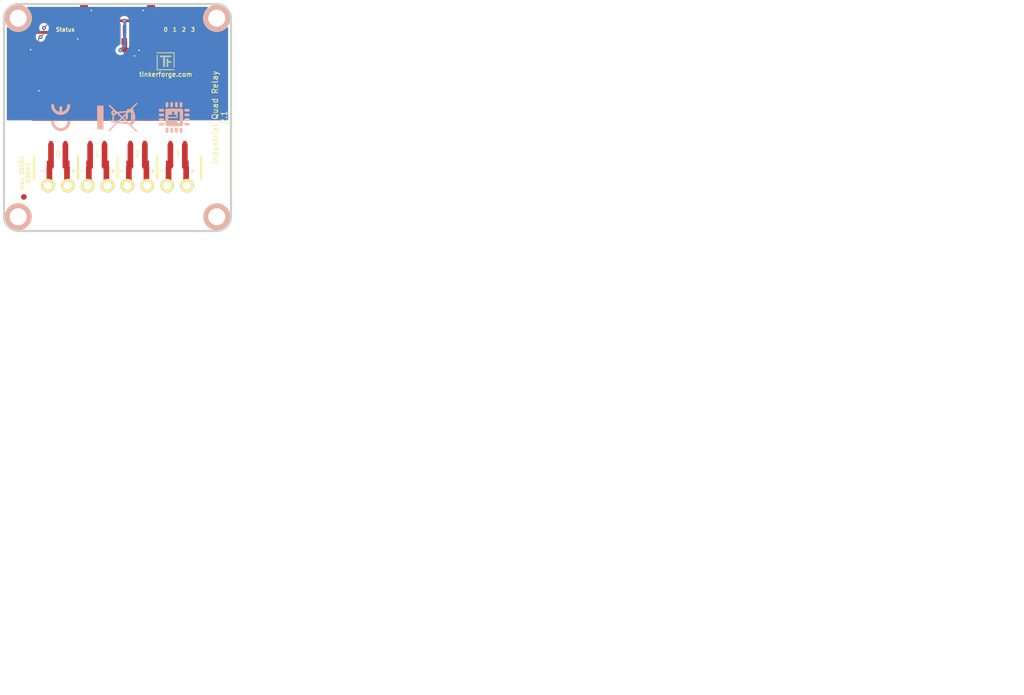
<source format=kicad_pcb>
(kicad_pcb (version 20221018) (generator pcbnew)
  (title_block (title "Industrial Quad Relay Bricklet") (date "2021-12-03") (rev "2.1") (company "Tinkerforge GmbH") (comment 1 "Licensed under CERN OHL v.1.1") (comment 2 "Copyright (©) 2021, B.Nordmeyer <bastian@tinkerforge.com>"))
  (layers (0 "F.Cu" signal "Front") (31 "B.Cu" signal "Back") (34 "B.Paste" user) (35 "F.Paste" user) (36 "B.SilkS" user "B.Silkscreen") (37 "F.SilkS" user "F.Silkscreen") (38 "B.Mask" user) (39 "F.Mask" user) (44 "Edge.Cuts" user))
  (net 0 "")
  (net 1 "3V3")
  (net 2 "GND")
  (net 3 "OUTPUT1")
  (net 4 "OUTPUT2")
  (net 5 "OUTPUT3")
  (net 6 "Net-(P1-Pad4)")
  (net 7 "Net-(P1-Pad5)")
  (net 8 "Net-(P1-Pad6)")
  (net 9 "Net-(P2-Pad2)")
  (net 10 "Net-(P2-Pad3)")
  (net 11 "Net-(P2-Pad4)")
  (net 12 "Net-(P2-Pad1)")
  (net 13 "Net-(P2-Pad5)")
  (net 14 "Net-(P2-Pad6)")
  (net 15 "Net-(P2-Pad7)")
  (net 16 "Net-(P2-Pad8)")
  (net 17 "Net-(RP1-Pad5)")
  (net 18 "Net-(RP1-Pad6)")
  (net 19 "Net-(RP1-Pad7)")
  (net 20 "Net-(RP1-Pad8)")
  (net 21 "Net-(C2-Pad1)")
  (net 22 "Net-(D1-Pad2)")
  (net 23 "Net-(P3-Pad1)")
  (net 24 "Net-(P4-Pad2)")
  (net 25 "Net-(R5-Pad1)")
  (net 26 "S-MISO")
  (net 27 "S-MOSI")
  (net 28 "S-CLK")
  (net 29 "S-CS")
  (net 30 "LED0")
  (net 31 "LED1")
  (net 32 "LED2")
  (net 33 "LED3")
  (net 34 "OUTPUT0")
  (net 35 "Net-(D2-Pad2)")
  (net 36 "Net-(D3-Pad2)")
  (net 37 "Net-(D4-Pad2)")
  (net 38 "Net-(D5-Pad2)")
  (net 39 "Net-(P1-Pad1)")
  (net 40 "Net-(U1-Pad2)")
  (net 41 "Net-(U1-Pad3)")
  (net 42 "Net-(U1-Pad4)")
  (net 43 "Net-(U1-Pad5)")
  (net 44 "Net-(U1-Pad6)")
  (net 45 "Net-(U1-Pad8)")
  (net 46 "Net-(U1-Pad11)")
  (footprint "kicad-libraries:Fiducial_Mark" (layer "F.Cu") (at 101.30028 72.04964)
    (fp_text reference "Fiducial_Mark" hide)
    (fp_text value "VAL**" hide)
    (pad "1" smd circle (at 0 0) (size 1.00076 1.00076) (layers "F.Cu" "F.Paste" "F.Mask") (clearance 0.65024))
  )
  (footprint "kicad-libraries:Fiducial_Mark" (layer "F.Cu") (at 135.8011 44.54906)
    (fp_text reference "Fiducial_Mark" hide)
    (fp_text value "VAL**" hide)
    (pad "1" smd circle (at 0 0) (size 1.00076 1.00076) (layers "F.Cu" "F.Paste" "F.Mask") (clearance 0.65024))
  )
  (footprint "kicad-libraries:Logo_31x31" (layer "F.Cu") (at 124.7 46.55)
    (fp_text reference "G***" hide)
    (fp_text value "Logo_31x31" hide)
  )
  (footprint "kicad-libraries:DEBUG_PAD" (layer "F.Cu") (at 104.35 50.2)
    (fp_text reference "P3")
    (fp_text value "Debug")
    (pad "1" smd circle (at 0 0) (size 0.7 0.7) (layers "F.Cu" "F.Paste" "F.Mask") (net 23 "Net-(P3-Pad1)"))
  )
  (footprint "kicad-libraries:SolderJumper" (layer "F.Cu") (at 103.95 52.1 90)
    (fp_text reference "P4")
    (fp_text value "Boot")
    (pad "1" smd rect (at -0.5 0 90) (size 0.4 1.4) (layers "F.Cu" "F.Mask") (net 2 "GND"))
    (pad "1" smd rect (at -0.225 -0.55 90) (size 0.95 0.3) (layers "F.Cu" "F.Mask") (net 2 "GND"))
    (pad "1" smd rect (at -0.225 0.55 90) (size 0.95 0.3) (layers "F.Cu" "F.Mask") (net 2 "GND"))
    (pad "2" smd rect (at 0.15 0 90) (size 0.6 0.5) (layers "F.Cu" "F.Mask") (net 24 "Net-(P4-Pad2)"))
    (pad "2" smd rect (at 0.55 0 90) (size 0.3 1.4) (layers "F.Cu" "F.Mask") (net 24 "Net-(P4-Pad2)"))
  )
  (footprint "kicad-libraries:4X0402" (layer "F.Cu") (at 112.2 45.9 90)
    (fp_text reference "RP2")
    (fp_text value "82")
    (pad "1" smd rect (at -0.7493 0.575 270) (size 0.29972 0.65) (layers "F.Cu" "F.Paste" "F.Mask") (net 6 "Net-(P1-Pad4)"))
    (pad "2" smd rect (at -0.24892 0.575 270) (size 0.29972 0.65) (layers "F.Cu" "F.Paste" "F.Mask") (net 7 "Net-(P1-Pad5)"))
    (pad "3" smd rect (at 0.24892 0.575 270) (size 0.29972 0.65) (layers "F.Cu" "F.Paste" "F.Mask") (net 8 "Net-(P1-Pad6)"))
    (pad "4" smd rect (at 0.7493 0.575 270) (size 0.29972 0.65) (layers "F.Cu" "F.Paste" "F.Mask") (net 21 "Net-(C2-Pad1)"))
    (pad "5" smd rect (at 0.7493 -0.575 90) (size 0.29972 0.65) (layers "F.Cu" "F.Paste" "F.Mask") (net 26 "S-MISO"))
    (pad "6" smd rect (at 0.24892 -0.575 90) (size 0.29972 0.65) (layers "F.Cu" "F.Paste" "F.Mask") (net 27 "S-MOSI"))
    (pad "7" smd rect (at -0.24892 -0.575 90) (size 0.29972 0.65) (layers "F.Cu" "F.Paste" "F.Mask") (net 28 "S-CLK"))
    (pad "8" smd rect (at -0.7493 -0.575 90) (size 0.29972 0.65) (layers "F.Cu" "F.Paste" "F.Mask") (net 29 "S-CS"))
  )
  (footprint "kicad-libraries:QFN24-4x4mm-0.5mm" (layer "F.Cu") (at 106.8 46.8 -90)
    (fp_text reference "U1")
    (fp_text value "XMC1100")
    (pad "1" smd oval (at -2.025 -1.25 270) (size 1 0.3) (layers "F.Cu" "F.Paste" "F.Mask") (net 26 "S-MISO"))
    (pad "2" smd oval (at -2.025 -0.75 270) (size 1 0.3) (layers "F.Cu" "F.Paste" "F.Mask") (net 40 "Net-(U1-Pad2)"))
    (pad "3" smd oval (at -2.025 -0.25 270) (size 1 0.3) (layers "F.Cu" "F.Paste" "F.Mask") (net 41 "Net-(U1-Pad3)"))
    (pad "4" smd oval (at -2.025 0.25 270) (size 1 0.3) (layers "F.Cu" "F.Paste" "F.Mask") (net 42 "Net-(U1-Pad4)"))
    (pad "5" smd oval (at -2.025 0.75 270) (size 1 0.3) (layers "F.Cu" "F.Paste" "F.Mask") (net 43 "Net-(U1-Pad5)"))
    (pad "6" smd oval (at -2.025 1.25 270) (size 1 0.3) (layers "F.Cu" "F.Paste" "F.Mask") (net 44 "Net-(U1-Pad6)"))
    (pad "7" smd oval (at -1.25 2.025) (size 1 0.3) (layers "F.Cu" "F.Paste" "F.Mask") (net 25 "Net-(R5-Pad1)"))
    (pad "8" smd oval (at -0.75 2.025) (size 1 0.3) (layers "F.Cu" "F.Paste" "F.Mask") (net 45 "Net-(U1-Pad8)"))
    (pad "9" smd oval (at -0.25 2.025) (size 1 0.3) (layers "F.Cu" "F.Paste" "F.Mask") (net 2 "GND"))
    (pad "10" smd oval (at 0.25 2.025) (size 1 0.3) (layers "F.Cu" "F.Paste" "F.Mask") (net 1 "3V3"))
    (pad "11" smd oval (at 0.75 2.025) (size 1 0.3) (layers "F.Cu" "F.Paste" "F.Mask") (net 46 "Net-(U1-Pad11)"))
    (pad "12" smd oval (at 1.25 2.025) (size 1 0.3) (layers "F.Cu" "F.Paste" "F.Mask") (net 24 "Net-(P4-Pad2)"))
    (pad "13" smd oval (at 2.025 1.25 270) (size 1 0.3) (layers "F.Cu" "F.Paste" "F.Mask") (net 23 "Net-(P3-Pad1)"))
    (pad "14" smd oval (at 2.025 0.75 270) (size 1 0.3) (layers "F.Cu" "F.Paste" "F.Mask") (net 34 "OUTPUT0"))
    (pad "15" smd oval (at 2.025 0.25 270) (size 1 0.3) (layers "F.Cu" "F.Paste" "F.Mask") (net 3 "OUTPUT1"))
    (pad "16" smd oval (at 2.025 -0.25 270) (size 1 0.3) (layers "F.Cu" "F.Paste" "F.Mask") (net 4 "OUTPUT2"))
    (pad "17" smd oval (at 2.025 -0.75 270) (size 1 0.3) (layers "F.Cu" "F.Paste" "F.Mask") (net 5 "OUTPUT3"))
    (pad "18" smd oval (at 2.025 -1.25 270) (size 1 0.3) (layers "F.Cu" "F.Paste" "F.Mask") (net 33 "LED3"))
    (pad "19" smd oval (at 1.25 -2.025) (size 1 0.3) (layers "F.Cu" "F.Paste" "F.Mask") (net 32 "LED2"))
    (pad "20" smd oval (at 0.75 -2.025) (size 1 0.3) (layers "F.Cu" "F.Paste" "F.Mask") (net 31 "LED1"))
    (pad "21" smd oval (at 0.25 -2.025) (size 1 0.3) (layers "F.Cu" "F.Paste" "F.Mask") (net 30 "LED0"))
    (pad "22" smd oval (at -0.25 -2.025) (size 1 0.3) (layers "F.Cu" "F.Paste" "F.Mask") (net 29 "S-CS"))
    (pad "23" smd oval (at -0.75 -2.025) (size 1 0.3) (layers "F.Cu" "F.Paste" "F.Mask") (net 28 "S-CLK"))
    (pad "24" smd oval (at -1.25 -2.025) (size 1 0.3) (layers "F.Cu" "F.Paste" "F.Mask") (net 27 "S-MOSI"))
    (pad "EXP" smd rect (at -0.65 -0.65 270) (size 1.3 1.3) (layers "F.Cu" "F.Paste" "F.Mask") (net 2 "GND"))
    (pad "EXP" smd rect (at -0.65 0.65 270) (size 1.3 1.3) (layers "F.Cu" "F.Paste" "F.Mask") (net 2 "GND"))
    (pad "EXP" smd rect (at 0.65 -0.65 270) (size 1.3 1.3) (layers "F.Cu" "F.Paste" "F.Mask") (net 2 "GND"))
    (pad "EXP" smd rect (at 0.65 0.65 270) (size 1.3 1.3) (layers "F.Cu" "F.Paste" "F.Mask") (net 2 "GND"))
  )
  (footprint "kicad-libraries:C0603F" (layer "F.Cu") (at 120 46.2)
    (fp_text reference "C1")
    (fp_text value "100nF")
    (pad "1" smd rect (at -0.75 0) (size 0.9 0.9) (layers "F.Cu" "F.Paste" "F.Mask") (net 1 "3V3"))
    (pad "2" smd rect (at 0.75 0) (size 0.9 0.9) (layers "F.Cu" "F.Paste" "F.Mask") (net 2 "GND"))
  )
  (footprint "kicad-libraries:C0402F" (layer "F.Cu") (at 112.1 44.2 180)
    (fp_text reference "C2")
    (fp_text value "220pF")
    (pad "1" smd rect (at -0.5 0 180) (size 0.6 0.7) (layers "F.Cu" "F.Paste" "F.Mask") (net 21 "Net-(C2-Pad1)"))
    (pad "2" smd rect (at 0.5 0 180) (size 0.6 0.7) (layers "F.Cu" "F.Paste" "F.Mask") (net 2 "GND"))
  )
  (footprint "kicad-libraries:C0805" (layer "F.Cu") (at 120 44.7)
    (fp_text reference "C3")
    (fp_text value "10uF")
    (pad "1" smd rect (at -1.00076 0) (size 1.00076 1.24968) (layers "F.Cu" "F.Paste" "F.Mask") (net 1 "3V3") (clearance 0.14986))
    (pad "2" smd rect (at 1.00076 0) (size 1.00076 1.24968) (layers "F.Cu" "F.Paste" "F.Mask") (net 2 "GND") (clearance 0.14986))
  )
  (footprint "kicad-libraries:C0603F" (layer "F.Cu") (at 103.3 46.9 90)
    (fp_text reference "C4")
    (fp_text value "100nF")
    (pad "1" smd rect (at -0.75 0 90) (size 0.9 0.9) (layers "F.Cu" "F.Paste" "F.Mask") (net 1 "3V3"))
    (pad "2" smd rect (at 0.75 0 90) (size 0.9 0.9) (layers "F.Cu" "F.Paste" "F.Mask") (net 2 "GND"))
  )
  (footprint "kicad-libraries:D0603F" (layer "F.Cu") (at 109.3 40.55 90)
    (fp_text reference "D1")
    (fp_text value "blue")
    (pad "1" smd rect (at -0.75 0 90) (size 0.9 0.9) (layers "F.Cu" "F.Paste" "F.Mask") (net 1 "3V3"))
    (pad "2" smd rect (at 0.75 0 90) (size 0.9 0.9) (layers "F.Cu" "F.Paste" "F.Mask") (net 22 "Net-(D1-Pad2)"))
  )
  (footprint "kicad-libraries:D0603F" (layer "F.Cu") (at 126.3 40.55 -90)
    (fp_text reference "D2")
    (fp_text value "blue")
    (pad "1" smd rect (at -0.75 0 270) (size 0.9 0.9) (layers "F.Cu" "F.Paste" "F.Mask") (net 1 "3V3"))
    (pad "2" smd rect (at 0.75 0 270) (size 0.9 0.9) (layers "F.Cu" "F.Paste" "F.Mask") (net 35 "Net-(D2-Pad2)"))
  )
  (footprint "kicad-libraries:D0603F" (layer "F.Cu") (at 127.9 40.55 -90)
    (fp_text reference "D3")
    (fp_text value "blue")
    (pad "1" smd rect (at -0.75 0 270) (size 0.9 0.9) (layers "F.Cu" "F.Paste" "F.Mask") (net 1 "3V3"))
    (pad "2" smd rect (at 0.75 0 270) (size 0.9 0.9) (layers "F.Cu" "F.Paste" "F.Mask") (net 36 "Net-(D3-Pad2)"))
  )
  (footprint "kicad-libraries:D0603F" (layer "F.Cu") (at 129.5 40.55 -90)
    (fp_text reference "D4")
    (fp_text value "blue")
    (pad "1" smd rect (at -0.75 0 270) (size 0.9 0.9) (layers "F.Cu" "F.Paste" "F.Mask") (net 1 "3V3"))
    (pad "2" smd rect (at 0.75 0 270) (size 0.9 0.9) (layers "F.Cu" "F.Paste" "F.Mask") (net 37 "Net-(D4-Pad2)"))
  )
  (footprint "kicad-libraries:D0603F" (layer "F.Cu") (at 131.1 40.55 -90)
    (fp_text reference "D5")
    (fp_text value "blue")
    (pad "1" smd rect (at -0.75 0 270) (size 0.9 0.9) (layers "F.Cu" "F.Paste" "F.Mask") (net 1 "3V3"))
    (pad "2" smd rect (at 0.75 0 270) (size 0.9 0.9) (layers "F.Cu" "F.Paste" "F.Mask") (net 38 "Net-(D5-Pad2)"))
  )
  (footprint "kicad-libraries:CON-SENSOR2" (layer "F.Cu") (at 117.80012 38.0492 180)
    (fp_text reference "P1")
    (fp_text value "CON-SENSOR")
    (pad "1" smd rect (at -3.75 -4.6 180) (size 0.6 1.8) (layers "F.Cu" "F.Paste" "F.Mask") (net 39 "Net-(P1-Pad1)"))
    (pad "2" smd rect (at -2.5 -4.6 180) (size 0.6 1.8) (layers "F.Cu" "F.Paste" "F.Mask") (net 2 "GND"))
    (pad "3" smd rect (at -1.25 -4.6 180) (size 0.6 1.8) (layers "F.Cu" "F.Paste" "F.Mask") (net 1 "3V3"))
    (pad "4" smd rect (at 0 -4.6 180) (size 0.6 1.8) (layers "F.Cu" "F.Paste" "F.Mask") (net 6 "Net-(P1-Pad4)"))
    (pad "5" smd rect (at 1.25 -4.6 180) (size 0.6 1.8) (layers "F.Cu" "F.Paste" "F.Mask") (net 7 "Net-(P1-Pad5)"))
    (pad "6" smd rect (at 2.5 -4.6 180) (size 0.6 1.8) (layers "F.Cu" "F.Paste" "F.Mask") (net 8 "Net-(P1-Pad6)"))
    (pad "7" smd rect (at 3.75 -4.6 180) (size 0.6 1.8) (layers "F.Cu" "F.Paste" "F.Mask") (net 21 "Net-(C2-Pad1)"))
    (pad "EP" smd rect (at -5.9 -1.2 180) (size 1.4 2.4) (layers "F.Cu" "F.Paste" "F.Mask") (net 2 "GND"))
    (pad "EP" smd rect (at 5.9 -1.2 180) (size 1.4 2.4) (layers "F.Cu" "F.Paste" "F.Mask") (net 2 "GND"))
  )
  (footprint "kicad-libraries:OQ_8P" (layer "F.Cu") (at 117.80012 70.05066)
    (fp_text reference "P2")
    (fp_text value "Digital Output")
    (pad "1" thru_hole circle (at -12.25042 0) (size 2.4003 2.4003) (drill 1.39954) (layers "*.Cu" "*.Mask" "F.SilkS") (net 12 "Net-(P2-Pad1)"))
    (pad "2" thru_hole circle (at -8.7503 0) (size 2.4003 2.4003) (drill 1.39954) (layers "*.Cu" "*.Mask" "F.SilkS") (net 9 "Net-(P2-Pad2)"))
    (pad "3" thru_hole circle (at -5.25018 0) (size 2.4003 2.4003) (drill 1.39954) (layers "*.Cu" "*.Mask" "F.SilkS") (net 10 "Net-(P2-Pad3)"))
    (pad "4" thru_hole circle (at -1.75006 0) (size 2.4003 2.4003) (drill 1.39954) (layers "*.Cu" "*.Mask" "F.SilkS") (net 11 "Net-(P2-Pad4)"))
    (pad "5" thru_hole circle (at 1.75006 0) (size 2.4003 2.4003) (drill 1.39954) (layers "*.Cu" "*.Mask" "F.SilkS") (net 13 "Net-(P2-Pad5)"))
    (pad "6" thru_hole circle (at 5.25018 0) (size 2.4003 2.4003) (drill 1.39954) (layers "*.Cu" "*.Mask" "F.SilkS") (net 14 "Net-(P2-Pad6)"))
    (pad "7" thru_hole circle (at 8.7503 0) (size 2.4003 2.4003) (drill 1.39954) (layers "*.Cu" "*.Mask" "F.SilkS") (net 15 "Net-(P2-Pad7)"))
    (pad "8" thru_hole circle (at 12.25042 0) (size 2.4003 2.4003) (drill 1.39954) (layers "*.Cu" "*.Mask" "F.SilkS") (net 16 "Net-(P2-Pad8)"))
  )
  (footprint "kicad-libraries:R1210" (layer "F.Cu") (at 107.35056 66.89852)
    (fp_text reference "R1")
    (fp_text value "VJ13PC0300KBA")
    (pad "1" smd rect (at -1.5494 0) (size 0.89916 2.49936) (layers "F.Cu" "F.Paste" "F.Mask") (net 12 "Net-(P2-Pad1)") (clearance 0.14986))
    (pad "2" smd rect (at 1.5494 0) (size 0.89916 2.49936) (layers "F.Cu" "F.Paste" "F.Mask") (net 9 "Net-(P2-Pad2)") (clearance 0.14986))
  )
  (footprint "kicad-libraries:R1210" (layer "F.Cu") (at 114.3 66.89852)
    (fp_text reference "R2")
    (fp_text value "VJ13PC0300KBA")
    (pad "1" smd rect (at -1.5494 0) (size 0.89916 2.49936) (layers "F.Cu" "F.Paste" "F.Mask") (net 10 "Net-(P2-Pad3)") (clearance 0.14986))
    (pad "2" smd rect (at 1.5494 0) (size 0.89916 2.49936) (layers "F.Cu" "F.Paste" "F.Mask") (net 11 "Net-(P2-Pad4)") (clearance 0.14986))
  )
  (footprint "kicad-libraries:R1210" (layer "F.Cu") (at 121.35104 66.89852)
    (fp_text reference "R3")
    (fp_text value "VJ13PC0300KBA")
    (pad "1" smd rect (at -1.5494 0) (size 0.89916 2.49936) (layers "F.Cu" "F.Paste" "F.Mask") (net 13 "Net-(P2-Pad5)") (clearance 0.14986))
    (pad "2" smd rect (at 1.5494 0) (size 0.89916 2.49936) (layers "F.Cu" "F.Paste" "F.Mask") (net 14 "Net-(P2-Pad6)") (clearance 0.14986))
  )
  (footprint "kicad-libraries:R1210" (layer "F.Cu") (at 128.35128 66.89852)
    (fp_text reference "R4")
    (fp_text value "VJ13PC0300KBA")
    (pad "1" smd rect (at -1.5494 0) (size 0.89916 2.49936) (layers "F.Cu" "F.Paste" "F.Mask") (net 15 "Net-(P2-Pad7)") (clearance 0.14986))
    (pad "2" smd rect (at 1.5494 0) (size 0.89916 2.49936) (layers "F.Cu" "F.Paste" "F.Mask") (net 16 "Net-(P2-Pad8)") (clearance 0.14986))
  )
  (footprint "kicad-libraries:R0603F" (layer "F.Cu") (at 107.9 40.55 90)
    (fp_text reference "R5")
    (fp_text value "1k")
    (pad "1" smd rect (at -0.75 0 90) (size 0.9 0.9) (layers "F.Cu" "F.Paste" "F.Mask") (net 25 "Net-(R5-Pad1)"))
    (pad "2" smd rect (at 0.75 0 90) (size 0.9 0.9) (layers "F.Cu" "F.Paste" "F.Mask") (net 22 "Net-(D1-Pad2)"))
  )
  (footprint "kicad-libraries:0603X4" (layer "F.Cu") (at 111.3 53.05)
    (fp_text reference "RP1")
    (fp_text value "1k")
    (pad "1" smd rect (at 1.19888 -0.8509) (size 0.44958 0.89916) (layers "F.Cu" "F.Paste" "F.Mask") (net 5 "OUTPUT3"))
    (pad "2" smd rect (at 0.39878 -0.8509) (size 0.44958 0.89916) (layers "F.Cu" "F.Paste" "F.Mask") (net 4 "OUTPUT2"))
    (pad "3" smd rect (at -0.39878 -0.8509) (size 0.44958 0.89916) (layers "F.Cu" "F.Paste" "F.Mask") (net 3 "OUTPUT1"))
    (pad "4" smd rect (at -1.19888 -0.8509) (size 0.44958 0.89916) (layers "F.Cu" "F.Paste" "F.Mask") (net 34 "OUTPUT0"))
    (pad "5" smd rect (at -1.19888 0.8509) (size 0.44958 0.89916) (layers "F.Cu" "F.Paste" "F.Mask") (net 17 "Net-(RP1-Pad5)"))
    (pad "6" smd rect (at -0.39878 0.8509) (size 0.44958 0.89916) (layers "F.Cu" "F.Paste" "F.Mask") (net 18 "Net-(RP1-Pad6)"))
    (pad "7" smd rect (at 0.39878 0.8509) (size 0.44958 0.89916) (layers "F.Cu" "F.Paste" "F.Mask") (net 19 "Net-(RP1-Pad7)"))
    (pad "8" smd rect (at 1.19888 0.8509) (size 0.44958 0.89916) (layers "F.Cu" "F.Paste" "F.Mask") (net 20 "Net-(RP1-Pad8)"))
  )
  (footprint "kicad-libraries:0603X4" (layer "F.Cu") (at 115.6 49.05 90)
    (fp_text reference "RP3")
    (fp_text value "1k")
    (pad "1" smd rect (at 1.19888 -0.8509 90) (size 0.44958 0.89916) (layers "F.Cu" "F.Paste" "F.Mask") (net 30 "LED0"))
    (pad "2" smd rect (at 0.39878 -0.8509 90) (size 0.44958 0.89916) (layers "F.Cu" "F.Paste" "F.Mask") (net 31 "LED1"))
    (pad "3" smd rect (at -0.39878 -0.8509 90) (size 0.44958 0.89916) (layers "F.Cu" "F.Paste" "F.Mask") (net 32 "LED2"))
    (pad "4" smd rect (at -1.19888 -0.8509 90) (size 0.44958 0.89916) (layers "F.Cu" "F.Paste" "F.Mask") (net 33 "LED3"))
    (pad "5" smd rect (at -1.19888 0.8509 90) (size 0.44958 0.89916) (layers "F.Cu" "F.Paste" "F.Mask") (net 38 "Net-(D5-Pad2)"))
    (pad "6" smd rect (at -0.39878 0.8509 90) (size 0.44958 0.89916) (layers "F.Cu" "F.Paste" "F.Mask") (net 37 "Net-(D4-Pad2)"))
    (pad "7" smd rect (at 0.39878 0.8509 90) (size 0.44958 0.89916) (layers "F.Cu" "F.Paste" "F.Mask") (net 36 "Net-(D3-Pad2)"))
    (pad "8" smd rect (at 1.19888 0.8509 90) (size 0.44958 0.89916) (layers "F.Cu" "F.Paste" "F.Mask") (net 35 "Net-(D2-Pad2)"))
  )
  (footprint "kicad-libraries:SOP4-WIDE" (layer "F.Cu") (at 107.35056 60.04814)
    (fp_text reference "U2")
    (fp_text value "CPC1002N")
    (pad "1" smd rect (at 1.27 -3.15) (size 0.59944 2) (layers "F.Cu" "F.Paste" "F.Mask") (net 1 "3V3"))
    (pad "2" smd rect (at -1.27 -3.15) (size 0.59944 2) (layers "F.Cu" "F.Paste" "F.Mask") (net 17 "Net-(RP1-Pad5)"))
    (pad "3" smd rect (at -1.27 3.15) (size 0.59944 2) (layers "F.Cu" "F.Paste" "F.Mask") (net 12 "Net-(P2-Pad1)"))
    (pad "4" smd rect (at 1.27 3.15) (size 0.59944 2) (layers "F.Cu" "F.Paste" "F.Mask") (net 9 "Net-(P2-Pad2)"))
  )
  (footprint "kicad-libraries:SOP4-WIDE" (layer "F.Cu") (at 114.2492 60.04814)
    (fp_text reference "U3")
    (fp_text value "CPC1002N")
    (pad "1" smd rect (at 1.27 -3.15) (size 0.59944 2) (layers "F.Cu" "F.Paste" "F.Mask") (net 1 "3V3"))
    (pad "2" smd rect (at -1.27 -3.15) (size 0.59944 2) (layers "F.Cu" "F.Paste" "F.Mask") (net 18 "Net-(RP1-Pad6)"))
    (pad "3" smd rect (at -1.27 3.15) (size 0.59944 2) (layers "F.Cu" "F.Paste" "F.Mask") (net 10 "Net-(P2-Pad3)"))
    (pad "4" smd rect (at 1.27 3.15) (size 0.59944 2) (layers "F.Cu" "F.Paste" "F.Mask") (net 11 "Net-(P2-Pad4)"))
  )
  (footprint "kicad-libraries:SOP4-WIDE" (layer "F.Cu") (at 121.35104 59.99988)
    (fp_text reference "U4")
    (fp_text value "CPC1002N")
    (pad "1" smd rect (at 1.27 -3.15) (size 0.59944 2) (layers "F.Cu" "F.Paste" "F.Mask") (net 1 "3V3"))
    (pad "2" smd rect (at -1.27 -3.15) (size 0.59944 2) (layers "F.Cu" "F.Paste" "F.Mask") (net 19 "Net-(RP1-Pad7)"))
    (pad "3" smd rect (at -1.27 3.15) (size 0.59944 2) (layers "F.Cu" "F.Paste" "F.Mask") (net 13 "Net-(P2-Pad5)"))
    (pad "4" smd rect (at 1.27 3.15) (size 0.59944 2) (layers "F.Cu" "F.Paste" "F.Mask") (net 14 "Net-(P2-Pad6)"))
  )
  (footprint "kicad-libraries:SOP4-WIDE" (layer "F.Cu") (at 128.39954 60.04814)
    (fp_text reference "U5")
    (fp_text value "CPC1002N")
    (pad "1" smd rect (at 1.27 -3.15) (size 0.59944 2) (layers "F.Cu" "F.Paste" "F.Mask") (net 1 "3V3"))
    (pad "2" smd rect (at -1.27 -3.15) (size 0.59944 2) (layers "F.Cu" "F.Paste" "F.Mask") (net 20 "Net-(RP1-Pad8)"))
    (pad "3" smd rect (at -1.27 3.15) (size 0.59944 2) (layers "F.Cu" "F.Paste" "F.Mask") (net 15 "Net-(P2-Pad7)"))
    (pad "4" smd rect (at 1.27 3.15) (size 0.59944 2) (layers "F.Cu" "F.Paste" "F.Mask") (net 16 "Net-(P2-Pad8)"))
  )
  (footprint "kicad-libraries:DRILL_NP" (layer "F.Cu") (at 100.29952 75.54976)
    (fp_text reference "U6" hide)
    (fp_text value "DRILL" hide)
    (pad "" np_thru_hole circle (at 0 0) (size 2.99974 2.99974) (drill 2.99974) (layers "*.Cu" "*.Mask" "F.SilkS") (clearance 0.89916))
  )
  (footprint "kicad-libraries:DRILL_NP" (layer "F.Cu") (at 100.29952 40.54856)
    (fp_text reference "U7" hide)
    (fp_text value "DRILL" hide)
    (pad "" np_thru_hole circle (at 0 0) (size 2.99974 2.99974) (drill 2.99974) (layers "*.Cu" "*.Mask" "F.SilkS") (clearance 0.89916))
  )
  (footprint "kicad-libraries:DRILL_NP" (layer "F.Cu") (at 135.30072 40.54856)
    (fp_text reference "U8" hide)
    (fp_text value "DRILL" hide)
    (pad "" np_thru_hole circle (at 0 0) (size 2.99974 2.99974) (drill 2.99974) (layers "*.Cu" "*.Mask" "F.SilkS") (clearance 0.89916))
  )
  (footprint "kicad-libraries:DRILL_NP" (layer "F.Cu") (at 135.30072 75.54976)
    (fp_text reference "U9" hide)
    (fp_text value "DRILL" hide)
    (pad "" np_thru_hole circle (at 0 0) (size 2.99974 2.99974) (drill 2.99974) (layers "*.Cu" "*.Mask" "F.SilkS") (clearance 0.89916))
  )
  (footprint "kicad-libraries:WEEE_7mm" (layer "B.Cu") (at 117.8 58.05 90)
    (fp_text reference "VAL" hide)
    (fp_text value "WEEE_7mm" hide)
  )
  (footprint "kicad-libraries:CE_5mm" (layer "B.Cu") (at 107.8 58.05 90)
    (fp_text reference "VAL" hide)
    (fp_text value "CE_5mm" hide)
  )
  (footprint "kicad-libraries:Logo_CoMCU" (layer "B.Cu") (at 127.8 58.05 90)
    (fp_text reference "G***" hide)
    (fp_text value "LOGO" hide)
  )
  (gr_line (start 110.85068 68.84924) (end 110.85068 64.84874) (stroke (width 0.381)) (layer "F.SilkS"))
  (gr_line (start 103.05034 68.84924) (end 103.05034 64.84874) (stroke (width 0.381)) (layer "F.SilkS"))
  (gr_line (start 132.5499 68.84924) (end 132.5499 64.84874) (stroke (width 0.381)) (layer "F.SilkS"))
  (gr_line (start 117.80012 68.84924) (end 117.80012 64.84874) (stroke (width 0.381)) (layer "F.SilkS"))
  (gr_line (start 124.80036 68.84924) (end 124.80036 64.84874) (stroke (width 0.381)) (layer "F.SilkS"))
  (gr_line (start 100.3 78.05) (end 135.3 78.05) (stroke (width 0.381)) (layer "Edge.Cuts"))
  (gr_line (start 135.3 38.05) (end 100.3 38.05) (stroke (width 0.381)) (layer "Edge.Cuts"))
  (gr_arc (start 137.8 75.55) (mid 137.067767 77.317767) (end 135.3 78.05) (stroke (width 0.381)) (layer "Edge.Cuts"))
  (gr_arc (start 97.8 40.55) (mid 98.532233 38.782233) (end 100.3 38.05) (stroke (width 0.381)) (layer "Edge.Cuts"))
  (gr_line (start 137.8 75.55) (end 137.8 40.55) (stroke (width 0.381)) (layer "Edge.Cuts"))
  (gr_line (start 97.8 40.55) (end 97.8 75.55) (stroke (width 0.381)) (layer "Edge.Cuts"))
  (gr_arc (start 135.3 38.05) (mid 137.067767 38.782233) (end 137.8 40.55) (stroke (width 0.381)) (layer "Edge.Cuts"))
  (gr_arc (start 100.3 78.05) (mid 98.532233 77.317767) (end 97.8 75.55) (stroke (width 0.381)) (layer "Edge.Cuts"))
  (gr_text "max 30VDC\n600mA" (at 101.5 67.80022 90) (layer "F.SilkS") (effects (font (size 0.70104 0.70104) (thickness 0.14986))))
  (gr_text "+" (at 124 67.45) (layer "F.SilkS") (effects (font (size 0.8 0.8) (thickness 0.2))))
  (gr_text "+" (at 117 67.45) (layer "F.SilkS") (effects (font (size 0.8 0.8) (thickness 0.2))))
  (gr_text "+" (at 110 67.45) (layer "F.SilkS") (effects (font (size 0.8 0.8) (thickness 0.2))))
  (gr_text "-" (at 104.6 67.45) (layer "F.SilkS") (effects (font (size 0.8 0.8) (thickness 0.2))))
  (gr_text "-" (at 111.6 67.45) (layer "F.SilkS") (effects (font (size 0.8 0.8) (thickness 0.2))))
  (gr_text "-" (at 118.6 67.45) (layer "F.SilkS") (effects (font (size 0.8 0.8) (thickness 0.2))))
  (gr_text "-" (at 125.6 67.45) (layer "F.SilkS") (effects (font (size 0.8 0.8) (thickness 0.2))))
  (gr_text "Industrial Quad Relay\n2.1" (at 135.8 58.05 90) (layer "F.SilkS") (effects (font (size 1 1))))
  (gr_text "2" (at 129.5 42.55) (layer "F.SilkS") (effects (font (size 0.70104 0.70104) (thickness 0.14986))))
  (gr_text "1" (at 127.9 42.55) (layer "F.SilkS") (effects (font (size 0.70104 0.70104) (thickness 0.14986))))
  (gr_text "+" (at 131 67.45) (layer "F.SilkS") (effects (font (size 0.8 0.8) (thickness 0.2))))
  (gr_text "3" (at 128.39954 64.44996) (layer "F.SilkS") (effects (font (size 1.00076 1.00076) (thickness 0.14986))))
  (gr_text "Status" (at 108.6 42.55) (layer "F.SilkS") (effects (font (size 0.70104 0.70104) (thickness 0.14986))))
  (gr_text "tinkerforge.com" (at 126.3 50.45) (layer "F.SilkS") (effects (font (size 0.8001 0.8001) (thickness 0.14986))))
  (gr_text "0" (at 126.3 42.55) (layer "F.SilkS") (effects (font (size 0.70104 0.70104) (thickness 0.14986))))
  (gr_text "0" (at 107.35056 64.49822) (layer "F.SilkS") (effects (font (size 1.00076 1.00076) (thickness 0.14986))))
  (gr_text "2" (at 121.35104 64.44996) (layer "F.SilkS") (effects (font (size 1.00076 1.00076) (thickness 0.14986))))
  (gr_text "1" (at 114.2492 64.49822) (layer "F.SilkS") (effects (font (size 1.00076 1.00076) (thickness 0.14986))))
  (gr_text "3" (at 131.1 42.55) (layer "F.SilkS") (effects (font (size 0.70104 0.70104) (thickness 0.14986))))
  (segment (start 122.875 58.375) (end 122.62104 58.12104) (width 0.29972) (layer "F.Cu") (net 1))
  (segment (start 122.62104 58.12104) (end 122.62104 56.84988) (width 0.29972) (layer "F.Cu") (net 1))
  (segment (start 115.925 58.375) (end 115.5192 57.9692) (width 0.29972) (layer "F.Cu") (net 1))
  (segment (start 115.5192 57.9692) (end 115.5192 56.89814) (width 0.29972) (layer "F.Cu") (net 1))
  (segment (start 108.875 58.375) (end 108.62056 58.12056) (width 0.29972) (layer "F.Cu") (net 1))
  (segment (start 108.62056 58.12056) (end 108.62056 56.89814) (width 0.29972) (layer "F.Cu") (net 1))
  (segment (start 129.05 58.375) (end 122.875 58.375) (width 0.50038) (layer "F.Cu") (net 1))
  (segment (start 129.225 58.375) (end 129.66954 57.93046) (width 0.50038) (layer "F.Cu") (net 1))
  (segment (start 129.66954 57.93046) (end 129.66954 56.89814) (width 0.29972) (layer "F.Cu") (net 1))
  (segment (start 104.15 47.05) (end 103.55 47.65) (width 0.29972) (layer "F.Cu") (net 1))
  (segment (start 103.55 47.65) (end 103.3 47.65) (width 0.29972) (layer "F.Cu") (net 1))
  (segment (start 119.25 46.2) (end 118.3 46.2) (width 0.50038) (layer "F.Cu") (net 1))
  (segment (start 119.25 44.95076) (end 118.99924 44.7) (width 0.50038) (layer "F.Cu") (net 1))
  (segment (start 119.05012 44.64912) (end 118.99924 44.7) (width 0.50038) (layer "F.Cu") (net 1))
  (segment (start 101.6 44.1) (end 101.6 47.15) (width 0.50038) (layer "F.Cu") (net 1))
  (segment (start 101.6 57) (end 102.975 58.375) (width 0.50038) (layer "F.Cu") (net 1))
  (segment (start 113.35 41) (end 111.3 43.05) (width 0.50038) (layer "F.Cu") (net 1))
  (segment (start 111.3 43.05) (end 109.7 43.05) (width 0.50038) (layer "F.Cu") (net 1))
  (segment (start 102.65 43.05) (end 101.6 44.1) (width 0.50038) (layer "F.Cu") (net 1))
  (segment (start 109.3 42.65) (end 109.7 43.05) (width 0.29972) (layer "F.Cu") (net 1))
  (segment (start 109.7 43.05) (end 102.65 43.05) (width 0.50038) (layer "F.Cu") (net 1))
  (segment (start 102.1 47.65) (end 101.6 47.15) (width 0.29972) (layer "F.Cu") (net 1))
  (segment (start 101.6 47.15) (end 101.6 57) (width 0.50038) (layer "F.Cu") (net 1))
  (segment (start 125.75 39.8) (end 124.55 41) (width 0.50038) (layer "F.Cu") (net 1))
  (segment (start 124.55 41) (end 119 41) (width 0.50038) (layer "F.Cu") (net 1))
  (segment (start 119 41) (end 119 41) (width 0.50038) (layer "F.Cu") (net 1))
  (segment (start 102.975 58.375) (end 108.875 58.375) (width 0.50038) (layer "F.Cu") (net 1))
  (segment (start 109.3 41.3) (end 109.3 42.65) (width 0.29972) (layer "F.Cu") (net 1))
  (segment (start 122.875 58.375) (end 115.925 58.375) (width 0.50038) (layer "F.Cu") (net 1))
  (segment (start 126.3 39.8) (end 125.75 39.8) (width 0.50038) (layer "F.Cu") (net 1))
  (segment (start 129.05 58.375) (end 129.225 58.375) (width 0.50038) (layer "F.Cu") (net 1))
  (segment (start 119.25 46.2) (end 119.25 44.95076) (width 0.50038) (layer "F.Cu") (net 1))
  (segment (start 103.3 47.65) (end 102.1 47.65) (width 0.29972) (layer "F.Cu") (net 1))
  (segment (start 119 41) (end 113.35 41) (width 0.50038) (layer "F.Cu") (net 1))
  (segment (start 131.1 39.8) (end 129.5 39.8) (width 0.50038) (layer "F.Cu") (net 1))
  (segment (start 119.05012 42.6492) (end 119.05012 44.64912) (width 0.50038) (layer "F.Cu") (net 1))
  (segment (start 115.925 58.375) (end 108.875 58.375) (width 0.50038) (layer "F.Cu") (net 1))
  (segment (start 104.775 47.05) (end 104.15 47.05) (width 0.29972) (layer "F.Cu") (net 1))
  (segment (start 127.9 39.8) (end 126.3 39.8) (width 0.50038) (layer "F.Cu") (net 1))
  (segment (start 129.5 39.8) (end 127.9 39.8) (width 0.50038) (layer "F.Cu") (net 1))
  (via (at 118.3 46.2) (size 0.70104) (drill 0.24892) (layers "F.Cu" "B.Cu") (net 1))
  (via (at 119 41) (size 0.70104) (drill 0.24892) (layers "F.Cu" "B.Cu") (net 1))
  (segment (start 119 41) (end 119.1 41.1) (width 0.50038) (layer "B.Cu") (net 1))
  (segment (start 119.1 41.1) (end 119.1 45.4) (width 0.50038) (layer "B.Cu") (net 1))
  (segment (start 119.1 45.4) (end 118.3 46.2) (width 0.50038) (layer "B.Cu") (net 1))
  (segment (start 104.05 46.55) (end 103.65 46.15) (width 0.29972) (layer "F.Cu") (net 2))
  (segment (start 103.65 46.15) (end 103.3 46.15) (width 0.29972) (layer "F.Cu") (net 2))
  (segment (start 105.75 46.55) (end 106.15 46.15) (width 0.29972) (layer "F.Cu") (net 2))
  (segment (start 120.30012 43.40012) (end 121.00076 44.10076) (width 0.50038) (layer "F.Cu") (net 2))
  (segment (start 121.00076 44.10076) (end 121.00076 44.7) (width 0.50038) (layer "F.Cu") (net 2))
  (segment (start 121.00076 45.39924) (end 120.75 45.65) (width 0.50038) (layer "F.Cu") (net 2))
  (segment (start 120.75 45.65) (end 120.75 46.2) (width 0.50038) (layer "F.Cu") (net 2))
  (segment (start 120.75 47.15) (end 120.8 47.2) (width 0.50038) (layer "F.Cu") (net 2))
  (segment (start 102.55 46.15) (end 102.5 46.1) (width 0.50038) (layer "F.Cu") (net 2))
  (segment (start 104.5 52.6) (end 103.95 52.6) (width 0.14986) (layer "F.Cu") (net 2))
  (segment (start 103.4 52.6) (end 103.4 52.3) (width 0.14986) (layer "F.Cu") (net 2))
  (segment (start 103.4 52.3) (end 103.4 52.325) (width 0.14986) (layer "F.Cu") (net 2))
  (segment (start 106.15 46.15) (end 106.15 47.45) (width 0.29972) (layer "F.Cu") (net 2))
  (segment (start 112.0013 39.19982) (end 113.20018 39.19982) (width 0.29972) (layer "F.Cu") (net 2))
  (segment (start 120.30012 42.6492) (end 120.30012 43.40012) (width 0.50038) (layer "F.Cu") (net 2))
  (segment (start 111.45 44.2) (end 110.8 44.2) (width 0.50038) (layer "F.Cu") (net 2))
  (segment (start 106.15 47.45) (end 107.45 47.45) (width 0.29972) (layer "F.Cu") (net 2))
  (segment (start 104.775 46.55) (end 105.75 46.55) (width 0.29972) (layer "F.Cu") (net 2))
  (segment (start 103.3 46.15) (end 102.55 46.15) (width 0.50038) (layer "F.Cu") (net 2))
  (segment (start 104.5 52.325) (end 104.5 52.6) (width 0.14986) (layer "F.Cu") (net 2))
  (segment (start 103.95 52.6) (end 103.95 53.35) (width 0.14986) (layer "F.Cu") (net 2))
  (segment (start 120.75 46.2) (end 120.75 47.15) (width 0.50038) (layer "F.Cu") (net 2))
  (segment (start 103.95 52.6) (end 103.4 52.6) (width 0.14986) (layer "F.Cu") (net 2))
  (segment (start 123.59894 39.19982) (end 122.301 39.19982) (width 0.29972) (layer "F.Cu") (net 2))
  (segment (start 106.15 46.15) (end 107.45 46.15) (width 0.29972) (layer "F.Cu") (net 2))
  (segment (start 121.00076 44.7) (end 121.00076 45.39924) (width 0.50038) (layer "F.Cu") (net 2))
  (segment (start 104.775 46.55) (end 104.05 46.55) (width 0.29972) (layer "F.Cu") (net 2))
  (segment (start 120.75 46.2) (end 121.6 46.2) (width 0.50038) (layer "F.Cu") (net 2))
  (via (at 103.95 53.35) (size 0.70104) (drill 0.24892) (layers "F.Cu" "B.Cu") (net 2))
  (via (at 120.8 47.2) (size 0.70104) (drill 0.24892) (layers "F.Cu" "B.Cu") (net 2))
  (via (at 110.8 44.2) (size 0.70104) (drill 0.24892) (layers "F.Cu" "B.Cu") (net 2))
  (via (at 121.6 46.2) (size 0.70104) (drill 0.24892) (layers "F.Cu" "B.Cu") (net 2))
  (via (at 122.301 39.19982) (size 0.70104) (drill 0.24892) (layers "F.Cu" "B.Cu") (net 2))
  (via (at 102.5 46.1) (size 0.70104) (drill 0.24892) (layers "F.Cu" "B.Cu") (net 2))
  (via (at 113.20018 39.19982) (size 0.70104) (drill 0.24892) (layers "F.Cu" "B.Cu") (net 2))
  (segment (start 106.85018 39.19982) (end 105.15092 40.89908) (width 0.29972) (layer "B.Cu") (net 2))
  (segment (start 113.20018 39.19982) (end 106.85018 39.19982) (width 0.29972) (layer "B.Cu") (net 2))
  (segment (start 113.20018 39.19982) (end 122.301 39.19982) (width 0.29972) (layer "B.Cu") (net 2))
  (segment (start 106.55 50.15) (end 107.4 51) (width 0.29972) (layer "F.Cu") (net 3))
  (segment (start 107.4 51) (end 110.35 51) (width 0.29972) (layer "F.Cu") (net 3))
  (segment (start 110.35 51) (end 110.90122 51.55122) (width 0.29972) (layer "F.Cu") (net 3))
  (segment (start 110.90122 51.55122) (end 110.90122 52.1991) (width 0.29972) (layer "F.Cu") (net 3))
  (segment (start 106.55 48.825) (end 106.55 50.15) (width 0.29972) (layer "F.Cu") (net 3))
  (segment (start 107.05 49.75) (end 107.75 50.45) (width 0.29972) (layer "F.Cu") (net 4))
  (segment (start 107.75 50.45) (end 110.85 50.45) (width 0.29972) (layer "F.Cu") (net 4))
  (segment (start 110.85 50.45) (end 111.69878 51.29878) (width 0.29972) (layer "F.Cu") (net 4))
  (segment (start 111.69878 51.29878) (end 111.69878 52.1991) (width 0.29972) (layer "F.Cu") (net 4))
  (segment (start 107.05 48.825) (end 107.05 49.75) (width 0.29972) (layer "F.Cu") (net 4))
  (segment (start 107.55 49.5) (end 107.95 49.9) (width 0.29972) (layer "F.Cu") (net 5))
  (segment (start 107.95 49.9) (end 111.45 49.9) (width 0.29972) (layer "F.Cu") (net 5))
  (segment (start 111.45 49.9) (end 112.49888 50.94888) (width 0.29972) (layer "F.Cu") (net 5))
  (segment (start 112.49888 50.94888) (end 112.49888 52.1991) (width 0.29972) (layer "F.Cu") (net 5))
  (segment (start 107.55 48.825) (end 107.55 49.5) (width 0.29972) (layer "F.Cu") (net 5))
  (segment (start 117.80012 44.09988) (end 115.2507 46.6493) (width 0.14986) (layer "F.Cu") (net 6))
  (segment (start 115.2507 46.6493) (end 112.775 46.6493) (width 0.14986) (layer "F.Cu") (net 6))
  (segment (start 117.80012 42.6492) (end 117.80012 44.09988) (width 0.14986) (layer "F.Cu") (net 6))
  (segment (start 114.75108 46.14892) (end 116.55012 44.34988) (width 0.14986) (layer "F.Cu") (net 7))
  (segment (start 116.55012 44.34988) (end 116.55012 42.6492) (width 0.14986) (layer "F.Cu") (net 7))
  (segment (start 112.775 46.14892) (end 114.75108 46.14892) (width 0.14986) (layer "F.Cu") (net 7))
  (segment (start 114.14892 45.65108) (end 115.30012 44.49988) (width 0.14986) (layer "F.Cu") (net 8))
  (segment (start 115.30012 44.49988) (end 115.30012 42.6492) (width 0.14986) (layer "F.Cu") (net 8))
  (segment (start 112.775 45.65108) (end 114.14892 45.65108) (width 0.14986) (layer "F.Cu") (net 8))
  (segment (start 108.89996 66.89852) (end 108.89996 69.9008) (width 1.00076) (layer "F.Cu") (net 9))
  (segment (start 108.89996 69.9008) (end 109.04982 70.05066) (width 1.00076) (layer "F.Cu") (net 9))
  (segment (start 108.62056 66.61912) (end 108.89996 66.89852) (width 1.00076) (layer "F.Cu") (net 9))
  (segment (start 108.62056 62.84722) (end 108.62056 66.61912) (width 1.00076) (layer "F.Cu") (net 9))
  (segment (start 112.9792 62.84722) (end 112.9792 66.66992) (width 1.00076) (layer "F.Cu") (net 10))
  (segment (start 112.9792 66.66992) (end 112.7506 66.89852) (width 1.00076) (layer "F.Cu") (net 10))
  (segment (start 112.7506 69.85) (end 112.54994 70.05066) (width 1.00076) (layer "F.Cu") (net 10))
  (segment (start 112.7506 66.89852) (end 112.7506 69.85) (width 1.00076) (layer "F.Cu") (net 10))
  (segment (start 115.5192 62.84722) (end 115.5192 66.56832) (width 1.00076) (layer "F.Cu") (net 11))
  (segment (start 115.5192 66.56832) (end 115.8494 66.89852) (width 1.00076) (layer "F.Cu") (net 11))
  (segment (start 115.8494 69.85) (end 116.05006 70.05066) (width 1.00076) (layer "F.Cu") (net 11))
  (segment (start 115.8494 66.89852) (end 115.8494 69.85) (width 1.00076) (layer "F.Cu") (net 11))
  (segment (start 105.80116 66.89852) (end 105.80116 69.7992) (width 1.00076) (layer "F.Cu") (net 12))
  (segment (start 106.08056 66.61912) (end 105.80116 66.89852) (width 1.00076) (layer "F.Cu") (net 12))
  (segment (start 106.08056 62.84722) (end 106.08056 66.61912) (width 1.00076) (layer "F.Cu") (net 12))
  (segment (start 105.80116 69.7992) (end 105.5497 70.05066) (width 1.00076) (layer "F.Cu") (net 12))
  (segment (start 119.80164 69.7992) (end 119.55018 70.05066) (width 1.00076) (layer "F.Cu") (net 13))
  (segment (start 120.08104 66.61912) (end 119.80164 66.89852) (width 1.00076) (layer "F.Cu") (net 13))
  (segment (start 119.80164 66.89852) (end 119.80164 69.7992) (width 1.00076) (layer "F.Cu") (net 13))
  (segment (start 120.08104 62.79896) (end 120.08104 66.61912) (width 1.00076) (layer "F.Cu") (net 13))
  (segment (start 122.62104 66.61912) (end 122.90044 66.89852) (width 1.00076) (layer "F.Cu") (net 14))
  (segment (start 122.90044 69.9008) (end 123.0503 70.05066) (width 1.00076) (layer "F.Cu") (net 14))
  (segment (start 122.62104 62.79896) (end 122.62104 66.61912) (width 1.00076) (layer "F.Cu") (net 14))
  (segment (start 122.90044 66.89852) (end 122.90044 69.9008) (width 1.00076) (layer "F.Cu") (net 14))
  (segment (start 126.80188 69.7992) (end 126.55042 70.05066) (width 1.00076) (layer "F.Cu") (net 15))
  (segment (start 127.12954 66.57086) (end 126.80188 66.89852) (width 1.00076) (layer "F.Cu") (net 15))
  (segment (start 126.80188 66.89852) (end 126.80188 69.7992) (width 1.00076) (layer "F.Cu") (net 15))
  (segment (start 127.12954 62.84722) (end 127.12954 66.57086) (width 1.00076) (layer "F.Cu") (net 15))
  (segment (start 129.90068 66.89852) (end 129.90068 69.9008) (width 1.00076) (layer "F.Cu") (net 16))
  (segment (start 129.66954 62.84722) (end 129.66954 66.66738) (width 1.00076) (layer "F.Cu") (net 16))
  (segment (start 129.66954 66.66738) (end 129.90068 66.89852) (width 1.00076) (layer "F.Cu") (net 16))
  (segment (start 129.90068 69.9008) (end 130.05054 70.05066) (width 1.00076) (layer "F.Cu") (net 16))
  (segment (start 106.08056 55.86944) (end 106.75 55.2) (width 0.29972) (layer "F.Cu") (net 17))
  (segment (start 106.75 55.2) (end 109.35 55.2) (width 0.29972) (layer "F.Cu") (net 17))
  (segment (start 109.35 55.2) (end 110.10112 54.44888) (width 0.29972) (layer "F.Cu") (net 17))
  (segment (start 110.10112 54.44888) (end 110.10112 53.9009) (width 0.29972) (layer "F.Cu") (net 17))
  (segment (start 106.08056 56.89814) (end 106.08056 55.86944) (width 0.29972) (layer "F.Cu") (net 17))
  (segment (start 110.90122 54.80122) (end 111.8 55.7) (width 0.29972) (layer "F.Cu") (net 18))
  (segment (start 111.8 55.7) (end 112.7 55.7) (width 0.29972) (layer "F.Cu") (net 18))
  (segment (start 112.7 55.7) (end 112.9792 55.9792) (width 0.29972) (layer "F.Cu") (net 18))
  (segment (start 112.9792 55.9792) (end 112.9792 56.89814) (width 0.29972) (layer "F.Cu") (net 18))
  (segment (start 110.90122 53.9009) (end 110.90122 54.80122) (width 0.29972) (layer "F.Cu") (net 18))
  (segment (start 111.69878 54.44878) (end 112.4 55.15) (width 0.29972) (layer "F.Cu") (net 19))
  (segment (start 112.4 55.15) (end 119.4 55.15) (width 0.29972) (layer "F.Cu") (net 19))
  (segment (start 119.4 55.15) (end 120.08104 55.83104) (width 0.29972) (layer "F.Cu") (net 19))
  (segment (start 120.08104 55.83104) (end 120.08104 56.84988) (width 0.29972) (layer "F.Cu") (net 19))
  (segment (start 111.69878 53.9009) (end 111.69878 54.44878) (width 0.29972) (layer "F.Cu") (net 19))
  (segment (start 112.49888 54.34888) (end 112.7 54.55) (width 0.29972) (layer "F.Cu") (net 20))
  (segment (start 112.7 54.55) (end 125.9 54.55) (width 0.29972) (layer "F.Cu") (net 20))
  (segment (start 125.9 54.55) (end 127.12954 55.77954) (width 0.29972) (layer "F.Cu") (net 20))
  (segment (start 127.12954 55.77954) (end 127.12954 56.89814) (width 0.29972) (layer "F.Cu") (net 20))
  (segment (start 112.49888 53.9009) (end 112.49888 54.34888) (width 0.29972) (layer "F.Cu") (net 20))
  (segment (start 112.775 44.225) (end 112.75 44.2) (width 0.14986) (layer "F.Cu") (net 21))
  (segment (start 113.6 44.2) (end 114.05012 43.74988) (width 0.14986) (layer "F.Cu") (net 21))
  (segment (start 114.05012 43.74988) (end 114.05012 42.6492) (width 0.14986) (layer "F.Cu") (net 21))
  (segment (start 112.75 44.2) (end 113.6 44.2) (width 0.14986) (layer "F.Cu") (net 21))
  (segment (start 112.775 45.1507) (end 112.775 44.225) (width 0.14986) (layer "F.Cu") (net 21))
  (segment (start 107.9 39.8) (end 109.3 39.8) (width 0.29972) (layer "F.Cu") (net 22))
  (segment (start 105.55 49.4) (end 104.75 50.2) (width 0.14986) (layer "F.Cu") (net 23))
  (segment (start 104.75 50.2) (end 104.35 50.2) (width 0.14986) (layer "F.Cu") (net 23))
  (segment (start 105.55 48.825) (end 105.55 49.4) (width 0.14986) (layer "F.Cu") (net 23))
  (segment (start 103.95 51.05) (end 103.45 50.55) (width 0.14986) (layer "F.Cu") (net 24))
  (segment (start 103.45 50.55) (end 103.45 48.85) (width 0.14986) (layer "F.Cu") (net 24))
  (segment (start 103.45 48.85) (end 104.25 48.05) (width 0.14986) (layer "F.Cu") (net 24))
  (segment (start 104.25 48.05) (end 104.775 48.05) (width 0.14986) (layer "F.Cu") (net 24))
  (segment (start 104.775 48.05) (end 104.45 48.05) (width 0.29972) (layer "F.Cu") (net 24))
  (segment (start 103.95 51.55) (end 103.95 51.05) (width 0.14986) (layer "F.Cu") (net 24))
  (segment (start 103.95 51.95) (end 103.95 51.55) (width 0.14986) (layer "F.Cu") (net 24))
  (segment (start 104.3 45.55) (end 103.9 45.15) (width 0.14986) (layer "F.Cu") (net 25))
  (segment (start 103.9 45.15) (end 103.9 44.2) (width 0.14986) (layer "F.Cu") (net 25))
  (segment (start 103.9 44.2) (end 104.25 43.85) (width 0.14986) (layer "F.Cu") (net 25))
  (segment (start 104.85 42.25) (end 105.8 41.3) (width 0.14986) (layer "F.Cu") (net 25))
  (segment (start 105.8 41.3) (end 107.9 41.3) (width 0.14986) (layer "F.Cu") (net 25))
  (segment (start 104.775 45.55) (end 104.3 45.55) (width 0.14986) (layer "F.Cu") (net 25))
  (via (at 104.85 42.25) (size 0.70104) (drill 0.24892) (layers "F.Cu" "B.Cu") (net 25))
  (via (at 104.25 43.85) (size 0.70104) (drill 0.24892) (layers "F.Cu" "B.Cu") (net 25))
  (segment (start 104.25 43.85) (end 104.85 43.25) (width 0.14986) (layer "B.Cu") (net 25))
  (segment (start 104.85 43.25) (end 104.85 42.25) (width 0.14986) (layer "B.Cu") (net 25))
  (segment (start 109.575 44.775) (end 109.9507 45.1507) (width 0.14986) (layer "F.Cu") (net 26))
  (segment (start 109.9507 45.1507) (end 111.625 45.1507) (width 0.14986) (layer "F.Cu") (net 26))
  (segment (start 108.05 44.775) (end 109.575 44.775) (width 0.14986) (layer "F.Cu") (net 26))
  (segment (start 110.85 45.55) (end 110.95108 45.65108) (width 0.14986) (layer "F.Cu") (net 27))
  (segment (start 110.95108 45.65108) (end 111.625 45.65108) (width 0.14986) (layer "F.Cu") (net 27))
  (segment (start 108.825 45.55) (end 110.85 45.55) (width 0.14986) (layer "F.Cu") (net 27))
  (segment (start 110.75 46.05) (end 110.84892 46.14892) (width 0.14986) (layer "F.Cu") (net 28))
  (segment (start 110.84892 46.14892) (end 111.625 46.14892) (width 0.14986) (layer "F.Cu") (net 28))
  (segment (start 108.825 46.05) (end 110.75 46.05) (width 0.14986) (layer "F.Cu") (net 28))
  (segment (start 110.95 46.55) (end 111.0493 46.6493) (width 0.14986) (layer "F.Cu") (net 29))
  (segment (start 111.0493 46.6493) (end 111.625 46.6493) (width 0.14986) (layer "F.Cu") (net 29))
  (segment (start 108.825 46.55) (end 110.95 46.55) (width 0.14986) (layer "F.Cu") (net 29))
  (segment (start 110.25 47.05) (end 111.05112 47.85112) (width 0.14986) (layer "F.Cu") (net 30))
  (segment (start 111.05112 47.85112) (end 114.7491 47.85112) (width 0.14986) (layer "F.Cu") (net 30))
  (segment (start 108.825 47.05) (end 110.25 47.05) (width 0.14986) (layer "F.Cu") (net 30))
  (segment (start 110.05 47.55) (end 110.95 48.45) (width 0.14986) (layer "F.Cu") (net 31))
  (segment (start 110.95 48.45) (end 113.7 48.45) (width 0.14986) (layer "F.Cu") (net 31))
  (segment (start 113.7 48.45) (end 113.90122 48.65122) (width 0.14986) (layer "F.Cu") (net 31))
  (segment (start 113.90122 48.65122) (end 114.7491 48.65122) (width 0.14986) (layer "F.Cu") (net 31))
  (segment (start 108.825 47.55) (end 110.05 47.55) (width 0.14986) (layer "F.Cu") (net 31))
  (segment (start 109.8 48.05) (end 110.6 48.85) (width 0.14986) (layer "F.Cu") (net 32))
  (segment (start 110.6 48.85) (end 113.25 48.85) (width 0.14986) (layer "F.Cu") (net 32))
  (segment (start 113.25 48.85) (end 113.84878 49.44878) (width 0.14986) (layer "F.Cu") (net 32))
  (segment (start 113.84878 49.44878) (end 114.7491 49.44878) (width 0.14986) (layer "F.Cu") (net 32))
  (segment (start 108.825 48.05) (end 109.8 48.05) (width 0.14986) (layer "F.Cu") (net 32))
  (segment (start 108.05 49.2) (end 108.25 49.4) (width 0.14986) (layer "F.Cu") (net 33))
  (segment (start 108.25 49.4) (end 112.85 49.4) (width 0.14986) (layer "F.Cu") (net 33))
  (segment (start 112.85 49.4) (end 113.69888 50.24888) (width 0.14986) (layer "F.Cu") (net 33))
  (segment (start 113.69888 50.24888) (end 114.7491 50.24888) (width 0.14986) (layer "F.Cu") (net 33))
  (segment (start 108.05 48.825) (end 108.05 49.2) (width 0.14986) (layer "F.Cu") (net 33))
  (segment (start 106.05 50.55) (end 107 51.5) (width 0.29972) (layer "F.Cu") (net 34))
  (segment (start 107 51.5) (end 109.85 51.5) (width 0.29972) (layer "F.Cu") (net 34))
  (segment (start 109.85 51.5) (end 110.10112 51.75112) (width 0.29972) (layer "F.Cu") (net 34))
  (segment (start 110.10112 51.75112) (end 110.10112 52.1991) (width 0.29972) (layer "F.Cu") (net 34))
  (segment (start 106.05 48.825) (end 106.05 50.55) (width 0.29972) (layer "F.Cu") (net 34))
  (segment (start 123.34888 47.85112) (end 126.3 44.9) (width 0.14986) (layer "F.Cu") (net 35))
  (segment (start 126.3 44.9) (end 126.3 41.3) (width 0.14986) (layer "F.Cu") (net 35))
  (segment (start 116.4509 47.85112) (end 123.34888 47.85112) (width 0.14986) (layer "F.Cu") (net 35))
  (segment (start 123.84878 48.65122) (end 127.9 44.6) (width 0.14986) (layer "F.Cu") (net 36))
  (segment (start 127.9 44.6) (end 127.9 41.3) (width 0.14986) (layer "F.Cu") (net 36))
  (segment (start 116.4509 48.65122) (end 123.84878 48.65122) (width 0.14986) (layer "F.Cu") (net 36))
  (segment (start 124.30122 49.44878) (end 129.5 44.25) (width 0.14986) (layer "F.Cu") (net 37))
  (segment (start 129.5 44.25) (end 129.5 41.3) (width 0.14986) (layer "F.Cu") (net 37))
  (segment (start 116.4509 49.44878) (end 124.30122 49.44878) (width 0.14986) (layer "F.Cu") (net 37))
  (segment (start 124.80112 50.24888) (end 131.1 43.95) (width 0.14986) (layer "F.Cu") (net 38))
  (segment (start 131.1 43.95) (end 131.1 41.3) (width 0.14986) (layer "F.Cu") (net 38))
  (segment (start 116.4509 50.24888) (end 124.80112 50.24888) (width 0.14986) (layer "F.Cu") (net 38))
  (zone (net 2) (net_name "GND") (layer "B.Cu") (connect_pads (clearance 0.5)) (min_thickness 0.254) (fill yes (thermal_gap 0.5) (thermal_bridge_width 0.5))
    (polygon (pts (xy 137.80008 58.54954) (xy 137.80008 38.0492) (xy 97.80016 38.0492) (xy 97.80016 58.54954)))
  )
)
</source>
